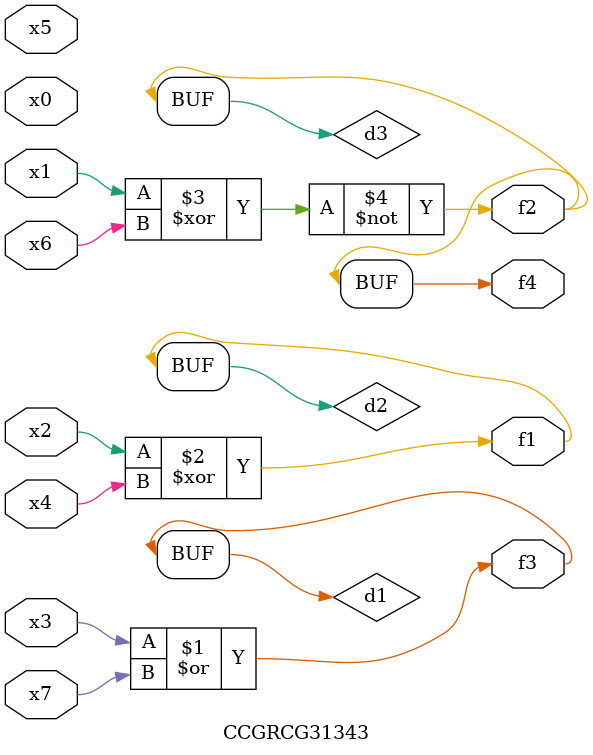
<source format=v>
module CCGRCG31343(
	input x0, x1, x2, x3, x4, x5, x6, x7,
	output f1, f2, f3, f4
);

	wire d1, d2, d3;

	or (d1, x3, x7);
	xor (d2, x2, x4);
	xnor (d3, x1, x6);
	assign f1 = d2;
	assign f2 = d3;
	assign f3 = d1;
	assign f4 = d3;
endmodule

</source>
